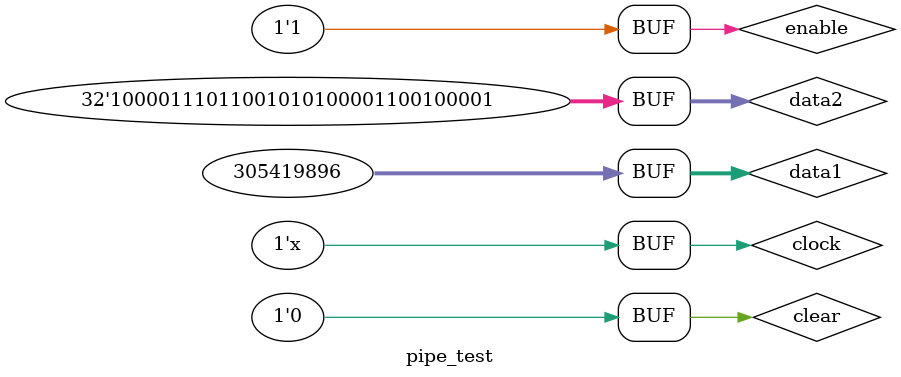
<source format=v>
`timescale 1ns / 1ps


module pipe_test();
    reg clock = 0;
    reg clear = 0;
    reg enable = 1;
    reg[31: 0] data1;
    reg[31: 0] data2;

    wire[31: 0] data1Out;
    wire[31: 0] data2Out;

    PipeIFID pipeIFID(.clock(clock), .clear(clear), .enable(enable),
        .instruction(data1), .instructionOut(data1Out),
        .pc(data2), .pcOut(data2Out));

    always #5 clock = ~clock;
    initial begin
        #10 data1 = 32'h1234_5678;
        #10 data2 = 32'h8765_4321;
        #10 clear = 1;
        #10 clear = 0;
        #10 enable = 0;
        #20 enable = 1;
    end
endmodule

</source>
